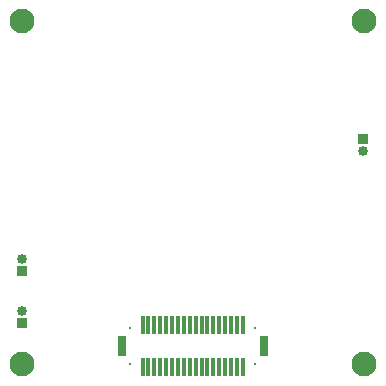
<source format=gbs>
%TF.GenerationSoftware,KiCad,Pcbnew,(5.1.10)-1*%
%TF.CreationDate,2021-12-14T18:37:17+01:00*%
%TF.ProjectId,shield_v1,73686965-6c64-45f7-9631-2e6b69636164,rev?*%
%TF.SameCoordinates,Original*%
%TF.FileFunction,Soldermask,Bot*%
%TF.FilePolarity,Negative*%
%FSLAX46Y46*%
G04 Gerber Fmt 4.6, Leading zero omitted, Abs format (unit mm)*
G04 Created by KiCad (PCBNEW (5.1.10)-1) date 2021-12-14 18:37:17*
%MOMM*%
%LPD*%
G01*
G04 APERTURE LIST*
%ADD10C,2.100000*%
%ADD11C,0.300000*%
%ADD12R,0.800000X1.800000*%
%ADD13R,0.300000X1.600000*%
%ADD14O,0.850000X0.850000*%
%ADD15R,0.850000X0.850000*%
G04 APERTURE END LIST*
D10*
%TO.C,REF\u002A\u002A*%
X52000000Y-81000000D03*
%TD*%
%TO.C,REF\u002A\u002A*%
X81000000Y-81000000D03*
%TD*%
%TO.C,REF\u002A\u002A*%
X81000000Y-52000000D03*
%TD*%
%TO.C,REF\u002A\u002A*%
X52000000Y-52000000D03*
%TD*%
D11*
%TO.C,J5*%
X71800000Y-78000000D03*
X61200000Y-78000000D03*
%TD*%
D12*
%TO.C,J4*%
X72489520Y-79501140D03*
X60489520Y-79501140D03*
D11*
X71789520Y-81001140D03*
X61189520Y-81001140D03*
D13*
X70739520Y-81301140D03*
X70739520Y-77701140D03*
X70239520Y-81301140D03*
X70239520Y-77701140D03*
X69739520Y-81301140D03*
X69739520Y-77701140D03*
X69239520Y-81301140D03*
X69239520Y-77701140D03*
X68739520Y-81301140D03*
X68739520Y-77701140D03*
X68239520Y-81301140D03*
X68239520Y-77701140D03*
X67739520Y-81301140D03*
X67739520Y-77701140D03*
X67239520Y-81301140D03*
X67239520Y-77701140D03*
X66739520Y-81301140D03*
X66739520Y-77701140D03*
X66239520Y-81301140D03*
X66239520Y-77701140D03*
X65739520Y-81301140D03*
X65739520Y-77701140D03*
X65239520Y-81301140D03*
X65239520Y-77701140D03*
X64739520Y-81301140D03*
X64739520Y-77701140D03*
X64239520Y-81301140D03*
X64239520Y-77701140D03*
X63739520Y-81301140D03*
X63739520Y-77701140D03*
X63239520Y-81301140D03*
X63239520Y-77701140D03*
X62739520Y-81301140D03*
X62739520Y-77701140D03*
X62239520Y-81301140D03*
X62239520Y-77701140D03*
%TD*%
D14*
%TO.C,J3*%
X52000000Y-72152000D03*
D15*
X52000000Y-73152000D03*
%TD*%
D14*
%TO.C,J2*%
X52000000Y-76571600D03*
D15*
X52000000Y-77571600D03*
%TD*%
D14*
%TO.C,J1*%
X80899000Y-62976000D03*
D15*
X80899000Y-61976000D03*
%TD*%
M02*

</source>
